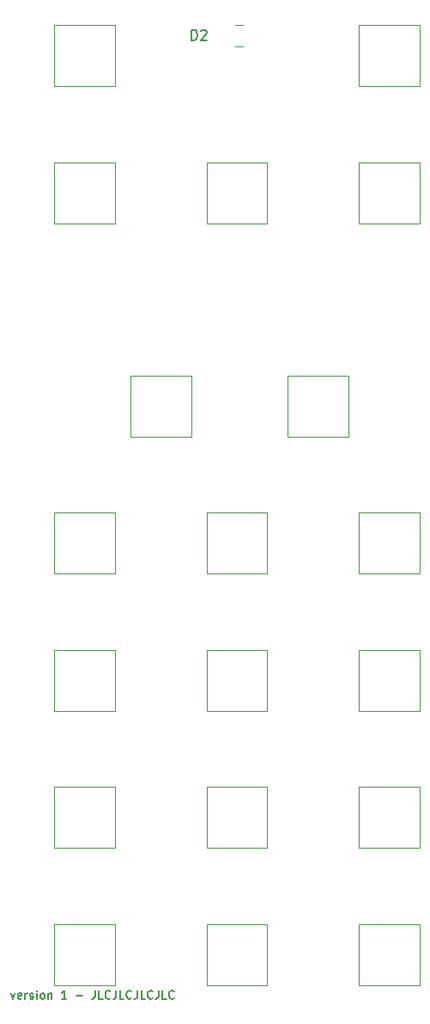
<source format=gbr>
G04 #@! TF.GenerationSoftware,KiCad,Pcbnew,(5.1.9)-1*
G04 #@! TF.CreationDate,2021-05-10T16:50:12-05:00*
G04 #@! TF.ProjectId,mini-remote,6d696e69-2d72-4656-9d6f-74652e6b6963,1*
G04 #@! TF.SameCoordinates,Original*
G04 #@! TF.FileFunction,Legend,Top*
G04 #@! TF.FilePolarity,Positive*
%FSLAX46Y46*%
G04 Gerber Fmt 4.6, Leading zero omitted, Abs format (unit mm)*
G04 Created by KiCad (PCBNEW (5.1.9)-1) date 2021-05-10 16:50:12*
%MOMM*%
%LPD*%
G01*
G04 APERTURE LIST*
%ADD10C,0.152400*%
%ADD11C,0.100000*%
%ADD12C,0.120000*%
%ADD13C,0.150000*%
%ADD14R,2.100000X1.400000*%
%ADD15C,2.200000*%
%ADD16O,1.700000X1.700000*%
%ADD17C,1.700000*%
%ADD18R,1.800000X1.800000*%
%ADD19C,1.800000*%
G04 APERTURE END LIST*
D10*
X125215174Y-146825828D02*
X125408698Y-147367695D01*
X125602221Y-146825828D01*
X126221498Y-147328990D02*
X126144088Y-147367695D01*
X125989269Y-147367695D01*
X125911860Y-147328990D01*
X125873155Y-147251580D01*
X125873155Y-146941942D01*
X125911860Y-146864533D01*
X125989269Y-146825828D01*
X126144088Y-146825828D01*
X126221498Y-146864533D01*
X126260202Y-146941942D01*
X126260202Y-147019352D01*
X125873155Y-147096761D01*
X126608545Y-147367695D02*
X126608545Y-146825828D01*
X126608545Y-146980647D02*
X126647250Y-146903238D01*
X126685955Y-146864533D01*
X126763364Y-146825828D01*
X126840774Y-146825828D01*
X127073002Y-147328990D02*
X127150412Y-147367695D01*
X127305231Y-147367695D01*
X127382640Y-147328990D01*
X127421345Y-147251580D01*
X127421345Y-147212876D01*
X127382640Y-147135466D01*
X127305231Y-147096761D01*
X127189117Y-147096761D01*
X127111707Y-147058057D01*
X127073002Y-146980647D01*
X127073002Y-146941942D01*
X127111707Y-146864533D01*
X127189117Y-146825828D01*
X127305231Y-146825828D01*
X127382640Y-146864533D01*
X127769688Y-147367695D02*
X127769688Y-146825828D01*
X127769688Y-146554895D02*
X127730983Y-146593600D01*
X127769688Y-146632304D01*
X127808393Y-146593600D01*
X127769688Y-146554895D01*
X127769688Y-146632304D01*
X128272850Y-147367695D02*
X128195440Y-147328990D01*
X128156736Y-147290285D01*
X128118031Y-147212876D01*
X128118031Y-146980647D01*
X128156736Y-146903238D01*
X128195440Y-146864533D01*
X128272850Y-146825828D01*
X128388964Y-146825828D01*
X128466374Y-146864533D01*
X128505079Y-146903238D01*
X128543783Y-146980647D01*
X128543783Y-147212876D01*
X128505079Y-147290285D01*
X128466374Y-147328990D01*
X128388964Y-147367695D01*
X128272850Y-147367695D01*
X128892126Y-146825828D02*
X128892126Y-147367695D01*
X128892126Y-146903238D02*
X128930831Y-146864533D01*
X129008240Y-146825828D01*
X129124355Y-146825828D01*
X129201764Y-146864533D01*
X129240469Y-146941942D01*
X129240469Y-147367695D01*
X130672545Y-147367695D02*
X130208088Y-147367695D01*
X130440317Y-147367695D02*
X130440317Y-146554895D01*
X130362907Y-146671009D01*
X130285498Y-146748419D01*
X130208088Y-146787123D01*
X131640164Y-147058057D02*
X132259440Y-147058057D01*
X133497993Y-146554895D02*
X133497993Y-147135466D01*
X133459288Y-147251580D01*
X133381879Y-147328990D01*
X133265764Y-147367695D01*
X133188355Y-147367695D01*
X134272088Y-147367695D02*
X133885040Y-147367695D01*
X133885040Y-146554895D01*
X135007479Y-147290285D02*
X134968774Y-147328990D01*
X134852660Y-147367695D01*
X134775250Y-147367695D01*
X134659136Y-147328990D01*
X134581726Y-147251580D01*
X134543021Y-147174171D01*
X134504317Y-147019352D01*
X134504317Y-146903238D01*
X134543021Y-146748419D01*
X134581726Y-146671009D01*
X134659136Y-146593600D01*
X134775250Y-146554895D01*
X134852660Y-146554895D01*
X134968774Y-146593600D01*
X135007479Y-146632304D01*
X135588050Y-146554895D02*
X135588050Y-147135466D01*
X135549345Y-147251580D01*
X135471936Y-147328990D01*
X135355821Y-147367695D01*
X135278412Y-147367695D01*
X136362145Y-147367695D02*
X135975098Y-147367695D01*
X135975098Y-146554895D01*
X137097536Y-147290285D02*
X137058831Y-147328990D01*
X136942717Y-147367695D01*
X136865307Y-147367695D01*
X136749193Y-147328990D01*
X136671783Y-147251580D01*
X136633079Y-147174171D01*
X136594374Y-147019352D01*
X136594374Y-146903238D01*
X136633079Y-146748419D01*
X136671783Y-146671009D01*
X136749193Y-146593600D01*
X136865307Y-146554895D01*
X136942717Y-146554895D01*
X137058831Y-146593600D01*
X137097536Y-146632304D01*
X137678107Y-146554895D02*
X137678107Y-147135466D01*
X137639402Y-147251580D01*
X137561993Y-147328990D01*
X137445879Y-147367695D01*
X137368469Y-147367695D01*
X138452202Y-147367695D02*
X138065155Y-147367695D01*
X138065155Y-146554895D01*
X139187593Y-147290285D02*
X139148888Y-147328990D01*
X139032774Y-147367695D01*
X138955364Y-147367695D01*
X138839250Y-147328990D01*
X138761840Y-147251580D01*
X138723136Y-147174171D01*
X138684431Y-147019352D01*
X138684431Y-146903238D01*
X138723136Y-146748419D01*
X138761840Y-146671009D01*
X138839250Y-146593600D01*
X138955364Y-146554895D01*
X139032774Y-146554895D01*
X139148888Y-146593600D01*
X139187593Y-146632304D01*
X139768164Y-146554895D02*
X139768164Y-147135466D01*
X139729460Y-147251580D01*
X139652050Y-147328990D01*
X139535936Y-147367695D01*
X139458526Y-147367695D01*
X140542260Y-147367695D02*
X140155212Y-147367695D01*
X140155212Y-146554895D01*
X141277650Y-147290285D02*
X141238945Y-147328990D01*
X141122831Y-147367695D01*
X141045421Y-147367695D01*
X140929307Y-147328990D01*
X140851898Y-147251580D01*
X140813193Y-147174171D01*
X140774488Y-147019352D01*
X140774488Y-146903238D01*
X140813193Y-146748419D01*
X140851898Y-146671009D01*
X140929307Y-146593600D01*
X141045421Y-146554895D01*
X141122831Y-146554895D01*
X141238945Y-146593600D01*
X141277650Y-146632304D01*
D11*
X159500000Y-57500000D02*
X159500000Y-51500000D01*
X165500000Y-57500000D02*
X159500000Y-57500000D01*
X165500000Y-51500000D02*
X165500000Y-57500000D01*
X159500000Y-51500000D02*
X165500000Y-51500000D01*
X159500000Y-146000000D02*
X159500000Y-140000000D01*
X165500000Y-146000000D02*
X159500000Y-146000000D01*
X165500000Y-140000000D02*
X165500000Y-146000000D01*
X159500000Y-140000000D02*
X165500000Y-140000000D01*
X144500000Y-146000000D02*
X144500000Y-140000000D01*
X150500000Y-146000000D02*
X144500000Y-146000000D01*
X150500000Y-140000000D02*
X150500000Y-146000000D01*
X144500000Y-140000000D02*
X150500000Y-140000000D01*
X129500000Y-146000000D02*
X129500000Y-140000000D01*
X135500000Y-146000000D02*
X129500000Y-146000000D01*
X135500000Y-140000000D02*
X135500000Y-146000000D01*
X129500000Y-140000000D02*
X135500000Y-140000000D01*
X129500000Y-57500000D02*
X129500000Y-51500000D01*
X135500000Y-57500000D02*
X129500000Y-57500000D01*
X135500000Y-51500000D02*
X135500000Y-57500000D01*
X129500000Y-51500000D02*
X135500000Y-51500000D01*
X129500000Y-105500000D02*
X129500000Y-99500000D01*
X135500000Y-105500000D02*
X129500000Y-105500000D01*
X135500000Y-99500000D02*
X135500000Y-105500000D01*
X129500000Y-99500000D02*
X135500000Y-99500000D01*
X137000000Y-92000000D02*
X137000000Y-86000000D01*
X143000000Y-92000000D02*
X137000000Y-92000000D01*
X143000000Y-86000000D02*
X143000000Y-92000000D01*
X137000000Y-86000000D02*
X143000000Y-86000000D01*
X152500000Y-92000000D02*
X152500000Y-86000000D01*
X158500000Y-92000000D02*
X152500000Y-92000000D01*
X158500000Y-86000000D02*
X158500000Y-92000000D01*
X152500000Y-86000000D02*
X158500000Y-86000000D01*
X144500000Y-105500000D02*
X144500000Y-99500000D01*
X150500000Y-105500000D02*
X144500000Y-105500000D01*
X150500000Y-99500000D02*
X150500000Y-105500000D01*
X144500000Y-99500000D02*
X150500000Y-99500000D01*
X159500000Y-132500000D02*
X159500000Y-126500000D01*
X165500000Y-132500000D02*
X159500000Y-132500000D01*
X165500000Y-126500000D02*
X165500000Y-132500000D01*
X159500000Y-126500000D02*
X165500000Y-126500000D01*
X159500000Y-105500000D02*
X159500000Y-99500000D01*
X165500000Y-105500000D02*
X159500000Y-105500000D01*
X165500000Y-99500000D02*
X165500000Y-105500000D01*
X159500000Y-99500000D02*
X165500000Y-99500000D01*
X129500000Y-71000000D02*
X129500000Y-65000000D01*
X135500000Y-71000000D02*
X129500000Y-71000000D01*
X135500000Y-65000000D02*
X135500000Y-71000000D01*
X129500000Y-65000000D02*
X135500000Y-65000000D01*
X159500000Y-119000000D02*
X159500000Y-113000000D01*
X165500000Y-119000000D02*
X159500000Y-119000000D01*
X165500000Y-113000000D02*
X165500000Y-119000000D01*
X159500000Y-113000000D02*
X165500000Y-113000000D01*
X144500000Y-132500000D02*
X144500000Y-126500000D01*
X150500000Y-132500000D02*
X144500000Y-132500000D01*
X150500000Y-126500000D02*
X150500000Y-132500000D01*
X144500000Y-126500000D02*
X150500000Y-126500000D01*
X144500000Y-119000000D02*
X144500000Y-113000000D01*
X150500000Y-119000000D02*
X144500000Y-119000000D01*
X150500000Y-113000000D02*
X150500000Y-119000000D01*
X144500000Y-113000000D02*
X150500000Y-113000000D01*
X129500000Y-132500000D02*
X129500000Y-126500000D01*
X135500000Y-132500000D02*
X129500000Y-132500000D01*
X135500000Y-126500000D02*
X135500000Y-132500000D01*
X129500000Y-126500000D02*
X135500000Y-126500000D01*
X129500000Y-119000000D02*
X129500000Y-113000000D01*
X135500000Y-119000000D02*
X129500000Y-119000000D01*
X135500000Y-113000000D02*
X135500000Y-119000000D01*
X129500000Y-113000000D02*
X135500000Y-113000000D01*
X159500000Y-71000000D02*
X159500000Y-65000000D01*
X165500000Y-71000000D02*
X159500000Y-71000000D01*
X165500000Y-65000000D02*
X165500000Y-71000000D01*
X159500000Y-65000000D02*
X165500000Y-65000000D01*
X144500000Y-71000000D02*
X144500000Y-65000000D01*
X150500000Y-71000000D02*
X144500000Y-71000000D01*
X150500000Y-65000000D02*
X150500000Y-71000000D01*
X144500000Y-65000000D02*
X150500000Y-65000000D01*
D12*
X147330000Y-51440000D02*
X148061000Y-51440000D01*
X147330000Y-53560000D02*
X148061000Y-53560000D01*
D13*
X143011904Y-52952380D02*
X143011904Y-51952380D01*
X143250000Y-51952380D01*
X143392857Y-52000000D01*
X143488095Y-52095238D01*
X143535714Y-52190476D01*
X143583333Y-52380952D01*
X143583333Y-52523809D01*
X143535714Y-52714285D01*
X143488095Y-52809523D01*
X143392857Y-52904761D01*
X143250000Y-52952380D01*
X143011904Y-52952380D01*
X143964285Y-52047619D02*
X144011904Y-52000000D01*
X144107142Y-51952380D01*
X144345238Y-51952380D01*
X144440476Y-52000000D01*
X144488095Y-52047619D01*
X144535714Y-52142857D01*
X144535714Y-52238095D01*
X144488095Y-52380952D01*
X143916666Y-52952380D01*
X144535714Y-52952380D01*
%LPC*%
D14*
X167050000Y-56750000D03*
X157950000Y-56750000D03*
X167050000Y-52250000D03*
X157950000Y-52250000D03*
X167050000Y-145250000D03*
X157950000Y-145250000D03*
X167050000Y-140750000D03*
X157950000Y-140750000D03*
X152050000Y-145250000D03*
X142950000Y-145250000D03*
X152050000Y-140750000D03*
X142950000Y-140750000D03*
X137050000Y-145250000D03*
X127950000Y-145250000D03*
X137050000Y-140750000D03*
X127950000Y-140750000D03*
X137050000Y-56750000D03*
X127950000Y-56750000D03*
X137050000Y-52250000D03*
X127950000Y-52250000D03*
X137050000Y-104750000D03*
X127950000Y-104750000D03*
X137050000Y-100250000D03*
X127950000Y-100250000D03*
X144550000Y-91250000D03*
X135450000Y-91250000D03*
X144550000Y-86750000D03*
X135450000Y-86750000D03*
X160050000Y-91250000D03*
X150950000Y-91250000D03*
X160050000Y-86750000D03*
X150950000Y-86750000D03*
X152050000Y-104750000D03*
X142950000Y-104750000D03*
X152050000Y-100250000D03*
X142950000Y-100250000D03*
X167050000Y-131750000D03*
X157950000Y-131750000D03*
X167050000Y-127250000D03*
X157950000Y-127250000D03*
X167050000Y-104750000D03*
X157950000Y-104750000D03*
X167050000Y-100250000D03*
X157950000Y-100250000D03*
X137050000Y-70250000D03*
X127950000Y-70250000D03*
X137050000Y-65750000D03*
X127950000Y-65750000D03*
X167050000Y-118250000D03*
X157950000Y-118250000D03*
X167050000Y-113750000D03*
X157950000Y-113750000D03*
X152050000Y-131750000D03*
X142950000Y-131750000D03*
X152050000Y-127250000D03*
X142950000Y-127250000D03*
X152050000Y-118250000D03*
X142950000Y-118250000D03*
X152050000Y-113750000D03*
X142950000Y-113750000D03*
X137050000Y-131750000D03*
X127950000Y-131750000D03*
X137050000Y-127250000D03*
X127950000Y-127250000D03*
X137050000Y-118250000D03*
X127950000Y-118250000D03*
X137050000Y-113750000D03*
X127950000Y-113750000D03*
X167050000Y-70250000D03*
X157950000Y-70250000D03*
X167050000Y-65750000D03*
X157950000Y-65750000D03*
X152050000Y-70250000D03*
X142950000Y-70250000D03*
X152050000Y-65750000D03*
X142950000Y-65750000D03*
D15*
X147500000Y-95750000D03*
D16*
X164750000Y-90290000D03*
D17*
X164750000Y-87750000D03*
X130250000Y-92830000D03*
D16*
X130250000Y-90290000D03*
X130250000Y-87750000D03*
X130250000Y-85210000D03*
D18*
X148750000Y-56500000D03*
D19*
X146210000Y-56500000D03*
D15*
X129500000Y-136250000D03*
X165500000Y-136250000D03*
X165500000Y-61250000D03*
X129500000Y-61250000D03*
D19*
X148790000Y-52500000D03*
D18*
X146250000Y-52500000D03*
M02*

</source>
